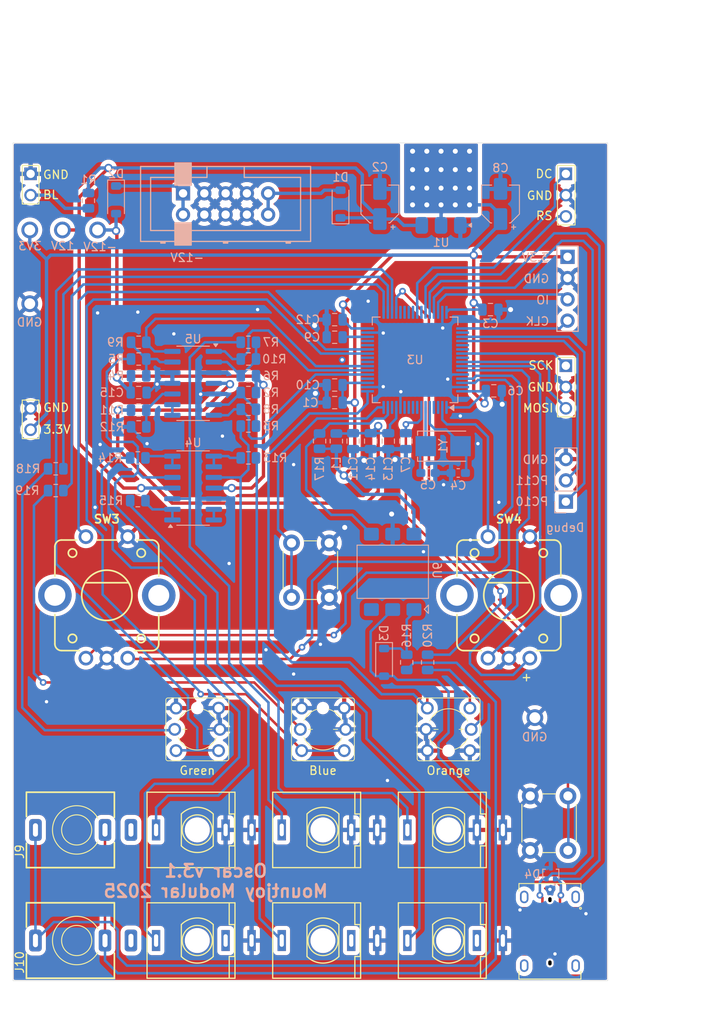
<source format=kicad_pcb>
(kicad_pcb (version 20240108) (generator "pcbnew") (generator_version "8.0")
  (layers (0 "F.Cu" signal) (1 "In1.Cu" power "Layer.2") (2 "In2.Cu" power "Layer.3") (31 "B.Cu" signal) (34 "B.Paste" user) (35 "F.Paste" user) (36 "B.SilkS" user "B.Silkscreen") (37 "F.SilkS" user "F.Silkscreen") (38 "B.Mask" user) (39 "F.Mask" user) (44 "Edge.Cuts" user))
  (net 0 "")
  (net 1 "/ChA_Button")
  (net 2 "Net-(BTN1-A)")
  (net 3 "/ChB_Button")
  (net 4 "Net-(BTN2-A)")
  (net 5 "Net-(BTN3-A)")
  (net 6 "+3.3VA")
  (net 7 "+12V")
  (net 8 "-12V")
  (net 9 "/ChC_Button")
  (net 10 "+3.3V")
  (net 11 "Net-(U3-PH0)")
  (net 12 "Net-(U3-PH1)")
  (net 13 "Net-(U3-VCAP_1)")
  (net 14 "/+12V_In")
  (net 15 "/-12V_In")
  (net 16 "/MIDI_DATA")
  (net 17 "Net-(D3-K)")
  (net 18 "/SWCLK")
  (net 19 "/SWDIO")
  (net 23 "/MIDI_VREF")
  (net 28 "/CH_A_IN")
  (net 29 "/CH_B_IN")
  (net 30 "/CH_C_IN")
  (net 31 "Net-(U4C--)")
  (net 32 "Net-(U4B--)")
  (net 33 "Net-(U4A--)")
  (net 34 "/MIDI_RX")
  (net 36 "/ChA_LED")
  (net 37 "/ChB_LED")
  (net 38 "/ChC_LED")
  (net 39 "/L_ENC_BTN")
  (net 40 "/L_ENC_DN")
  (net 41 "/L_ENC_UP")
  (net 42 "/R_ENC_UP")
  (net 43 "/R_ENC_BTN")
  (net 44 "/R_ENC_DN")
  (net 45 "/NRST")
  (net 53 "/LCD_DC")
  (net 58 "/LCD_RESET")
  (net 59 "/LCD_SCK")
  (net 60 "/CHA_In")
  (net 61 "/CHB_In")
  (net 62 "/CHC_In")
  (net 63 "/CHA_Out")
  (net 64 "/CHB_Out")
  (net 65 "/CHC_Out")
  (net 66 "/LCD_MOSI")
  (net 71 "GND")
  (net 73 "/USB_DP")
  (net 75 "Net-(U5B--)")
  (net 76 "/USB_DM")
  (net 77 "Net-(U5D--)")
  (net 78 "Net-(U4D--)")
  (net 79 "Net-(U5A--)")
  (net 80 "Net-(U5C-+)")
  (net 95 "/DEBUG1")
  (net 101 "Net-(U2-BackLight)")
  (net 104 "Net-(U5C--)")
  (net 105 "/MENU")
  (net 106 "/DEBUG2")
  (footprint "Custom_Footprints:THONKICONN_hole" (layer "F.Cu") (at 122 132 90)
    (property "Reference" "J4" (hide yes))
    (property "Value" "ChannelA_In" (hide yes))
  )
  (footprint "Custom_Footprints:THONKICONN_hole" (layer "F.Cu") (at 137 132 90)
    (property "Reference" "J5" (hide yes))
    (property "Value" "ChannelB_In" (hide yes))
  )
  (footprint "Custom_Footprints:THONKICONN_hole" (layer "F.Cu") (at 122 145.2 90)
    (property "Reference" "J7" (hide yes))
    (property "Value" "ChA_Buff_Out" (hide yes))
  )
  (footprint "Custom_Footprints:THONKICONN_hole" (layer "F.Cu") (at 137 145.2 90)
    (property "Reference" "J8" (hide yes))
    (property "Value" "ChB_Buff_Out" (hide yes))
  )
  (footprint "Custom_Footprints:THONKICONN_hole" (layer "F.Cu") (at 152 145.2 90)
    (property "Reference" "J6" (hide yes))
    (property "Value" "ChC_Buff_Out" (hide yes))
  )
  (footprint "Custom_Footprints:Encoder" (layer "F.Cu") (at 159.2 104)
    (property "Reference" "SW4")
    (property "Value" "Right_Encoder" (hide yes))
  )
  (footprint "Custom_Footprints:Encoder" (layer "F.Cu") (at 111.2 104)
    (property "Reference" "SW3")
    (property "Value" "Left_Encoder" (hide yes))
  )
  (footprint "Custom_Footprints:ILI9341_SPI_daughterboard_v2" (layer "F.Cu") (at 102.1 53.7)
    (property "Reference" "U2" (hide yes))
    (property "Value" "ILI9341_SPI_Daughterboard")
  )
  (footprint "Custom_Footprints:THONKICONN_hole" (layer "F.Cu") (at 152 132 90)
    (property "Reference" "J3" (hide yes))
    (property "Value" "ChannelC_In" (hide yes))
  )
  (footprint "Custom_Footprints:Thonkiconn_Stereo-PJ366ST" (layer "F.Cu") (at 107.6 132 90)
    (property "Reference" "J9")
    (property "Value" "MIDI_IN")
  )
  (footprint "Custom_Footprints:SW_PUSH_6mm_aligned" (layer "F.Cu") (at 164 131.2 -90)
    (property "Reference" "SW1" (hide yes))
    (property "Value" "Reset_Button")
  )
  (footprint "Custom_Footprints:Low_Profile_LED_Button" (layer "F.Cu") (at 137 120 180)
    (property "Reference" "BTN2" (hide yes))
    (property "Value" "ChB_Btn")
  )
  (footprint "Custom_Footprints:Low_Profile_LED_Button" (layer "F.Cu") (at 152 120)
    (property "Reference" "BTN3" (hide yes))
    (property "Value" "ChC_Btn")
  )
  (footprint "Custom_Footprints:1.3mm_Test_Point" (layer "F.Cu") (at 110.1 60.4)
    (property "Reference" "TP2" (hide yes))
    (property "Value" "TestPoint")
  )
  (footprint "Custom_Footprints:1.3mm_Test_Point" (layer "F.Cu") (at 105.9 60.4)
    (property "Reference" "TP1" (hide yes))
    (property "Value" "TestPoint")
  )
  (footprint "Custom_Footprints:Low_Profile_LED_Button" (layer "F.Cu") (at 122 120 180)
    (property "Reference" "BTN1" (hide yes))
    (property "Value" "ChA_Btn")
  )
  (footprint "Custom_Footprints:1.3mm_Test_Point" (layer "F.Cu") (at 102 69.2)
    (property "Reference" "TP4" (hide yes))
    (property "Value" "TestPoint")
  )
  (footprint "Custom_Footprints:1.3mm_Test_Point" (layer "F.Cu") (at 162.3 118.6)
    (property "Reference" "TP3" (hide yes))
    (property "Value" "TestPoint")
  )
  (footprint "Custom_Footprints:1.3mm_Test_Point" (layer "F.Cu") (at 102 60.4)
    (property "Reference" "TP5" (hide yes))
    (property "Value" "TestPoint")
  )
  (footprint "Custom_Footprints:USB_C_Receptacle_Amphenol_12401951E412A" (layer "F.Cu") (at 164.1 144.1 -90)
    (property "Reference" "J11" (hide yes))
    (property "Value" "USB_C_Receptacle")
  )
  (footprint "Custom_Footprints:Thonkiconn_Stereo-PJ366ST" (layer "F.Cu") (at 107.6 145.2 90)
    (property "Reference" "J10")
    (property "Value" "MIDI_THROUGH")
  )
  (footprint "Custom_Footprints:SW_PUSH_6mm_aligned" (layer "F.Cu") (at 135.5 101 90)
    (property "Reference" "SW2" (hide yes))
    (property "Value" "Menu_Button")
  )
  (footprint "Capacitor_SMD:C_0805_2012Metric" (layer "B.Cu") (at 157 69.9)
    (property "Reference" "C3")
    (property "Value" "100nF")
  )
  (footprint "Capacitor_SMD:C_0603_1608Metric_Pad1.08x0.95mm_HandSolder" (layer "B.Cu") (at 153.15 89.4 180)
    (property "Reference" "C4")
    (property "Value" "30pF")
  )
  (footprint "Capacitor_SMD:C_0805_2012Metric" (layer "B.Cu") (at 138.4 73.2 180)
    (property "Reference" "C9")
    (property "Value" "4.7uF")
  )
  (footprint "Capacitor_SMD:C_0805_2012Metric" (layer "B.Cu") (at 138.4 78.9 180)
    (property "Reference" "C10")
    (property "Value" "100nF")
  )
  (footprint "Capacitor_SMD:C_0805_2012Metric" (layer "B.Cu") (at 138.4 71.1 180)
    (property "Reference" "C12")
    (property "Value" "100nF")
  )
  (footprint "Capacitor_SMD:CP_Elec_4x5.8" (layer "B.Cu") (at 143.8 57.3 90)
    (property "Reference" "C2")
    (property "Value" "22uF")
  )
  (footprint "Capacitor_SMD:CP_Elec_4x5.8" (layer "B.Cu") (at 158.2 57.3 90)
    (property "Reference" "C8")
    (property "Value" "22uF")
  )
  (footprint "Capacitor_SMD:C_0805_2012Metric" (layer "B.Cu") (at 140.6 85.6 -90)
    (property "Reference" "C11")
    (property "Value" "4.7uF")
  )
  (footprint "Diode_SMD:D_SOD-123" (layer "B.Cu") (at 139.1 57.3 90)
    (property "Reference" "D1")
    (property "Value" "1N5819")
  )
  (footprint "Resistor_SMD:R_0805_2012Metric" (layer "B.Cu") (at 128.1 79.8)
    (property "Reference" "R2")
    (property "Value" "100k")
  )
  (footprint "Resistor_SMD:R_0805_2012Metric" (layer "B.Cu") (at 128.1 83.8 180)
    (property "Reference" "R3")
    (property "Value" "100k")
  )
  (footprint "Resistor_SMD:R_0805_2012Metric" (layer "B.Cu") (at 115 77.8 180)
    (property "Reference" "R4")
    (property "Value" "100k")
  )
  (footprint "Resistor_SMD:R_0805_2012Metric" (layer "B.Cu") (at 115 75.8 180)
    (property "Reference" "R5")
    (property "Value" "100k")
  )
  (footprint "Resistor_SMD:R_0805_2012Metric" (layer "B.Cu") (at 128.1 77.8)
    (property "Reference" "R6")
    (property "Value" "100k")
  )
  (footprint "Resistor_SMD:R_0805_2012Metric" (layer "B.Cu") (at 128.1 73.8 180)
    (property "Reference" "R7")
    (property "Value" "100k")
  )
  (footprint "Resistor_SMD:R_0805_2012Metric" (layer "B.Cu") (at 115 73.8 180)
    (property "Reference" "R9")
    (property "Value" "15k")
  )
  (footprint "Resistor_SMD:R_0805_2012Metric" (layer "B.Cu") (at 128.1 75.8)
    (property "Reference" "R10")
    (property "Value" "15k")
  )
  (footprint "Resistor_SMD:R_0805_2012Metric" (layer "B.Cu") (at 128.1 87.6 180)
    (property "Reference" "R13")
    (property "Value" "100")
  )
  (footprint "Resistor_SMD:R_0805_2012Metric" (layer "B.Cu") (at 114.9 92.7)
    (property "Reference" "R15")
    (property "Value" "100")
  )
  (footprint "Package_QFP:LQFP-64_10x10mm_P0.5mm" (layer "B.Cu") (at 148 75.9 90)
    (property "Reference" "U3")
    (property "Value" "STM32F446RETx")
  )
  (footprint "Package_SO:SOIC-14_3.9x8.7mm_P1.27mm" (layer "B.Cu") (at 121.5 78.7 180)
    (property "Reference" "U5")
    (property "Value" "MCP6004")
  )
  (footprint "Package_SO:SOIC-14_3.9x8.7mm_P1.27mm" (layer "B.Cu") (at 121.5 91.2)
    (property "Reference" "U4")
    (property "Value" "TL074")
  )
  (footprint "Package_TO_SOT_SMD:SOT-223-3_TabPin2" (layer "B.Cu") (at 151.1 56.7 90)
    (property "Reference" "U1")
    (property "Value" "LT1117-3.3")
  )
  (footprint "Custom_Footprints:Crystal_SMD_5032-2Pin_5.0x3.2mm_Large_Pads" (layer "B.Cu") (at 151.35 86.2)
    (property "Reference" "Y1")
    (property "Value" "8MHz" (hide yes))
  )
  (footprint "Custom_Footprints:SWD_header" (layer "B.Cu") (at 166.2 63.6 -90)
    (property "Reference" "J1" (hide yes))
    (property "Value" "SWD_Header")
  )
  (footprint "Resistor_SMD:R_0805_2012Metric" (layer "B.Cu") (at 138.6 85.6 -90)
    (property "Reference" "L1")
    (property "Value" "L")
  )
  (footprint "Resistor_SMD:R_0805_2012Metric" (layer "B.Cu") (at 128.1 81.8)
    (property "Reference" "R8")
    (property "Value" "15k")
  )
  (footprint "Diode_SMD:D_SOD-123" (layer "B.Cu") (at 112.3 56.8 -90)
    (property "Reference" "D2")
    (property "Value" "1N5819")
  )
  (footprint "Resistor_SMD:R_0805_2012Metric" (layer "B.Cu") (at 114.9 87.6)
    (property "Reference" "R14")
    (property "Value" "100")
  )
  (footprint "Capacitor_SMD:C_0805_2012Metric" (layer "B.Cu") (at 157.4 79.6)
    (property "Reference" "C6")
    (property "Value" "100nF")
  )
  (footprint "Capacitor_SMD:C_0603_1608Metric_Pad1.08x0.95mm_HandSolder" (layer "B.Cu") (at 149.55 89.4)
    (property "Reference" "C5")
    (property "Value" "30pF")
  )
  (footprint "Custom_Footprints:Eurorack_10_pin_header" (layer "B.Cu") (at 120.3 56.025)
    (property "Reference" "J2" (hide yes))
    (property "Value" "Eurorack_10_pin_power")
  )
  (footprint "Capacitor_SMD:C_0805_2012Metric" (layer "B.Cu") (at 138.4 81 180)
    (property "Reference" "C1")
    (property "Value" "4.7uF")
  )
  (footprint "Resistor_SMD:R_0805_2012Metric" (layer "B.Cu") (at 109 56.9 -90)
    (property "Reference" "R1")
    (property "Value" "150")
  )
  (footprint "Resistor_SMD:R_0805_2012Metric" (layer "B.Cu") (at 115 83.9)
    (property "Reference" "R12")
    (property "Value" "10k")
  )
  (footprint "Resistor_SMD:R_0805_2012Metric" (layer "B.Cu") (at 149.5 112 -90)
    (property "Reference" "R20")
    (property "Value" "1.5k")
  )
  (footprint "Capacitor_SMD:C_0805_2012Metric" (layer "B.Cu") (at 146.9 85.6 -90)
    (property "Reference" "C7")
    (property "Value" "100nF")
  )
  (footprint "Capacitor_SMD:C_0805_2012Metric" (layer "B.Cu") (at 142.7 85.6 -90)
    (property "Reference" "C14")
    (property "Value" "1uF")
  )
  (footprint "Resistor_SMD:R_0805_2012Metric" (layer "B.Cu") (at 105.1 88.9 180)
    (property "Reference" "R18")
    (property "Value" "1.5k")
  )
  (footprint "Connector_PinHeader_2.54mm:PinHeader_1x03_P2.54mm_Vertical" (layer "B.Cu") (at 166 92.825)
    (property "Reference" "J12" (hide yes))
    (property "Value" "Debug_Header")
  )
  (footprint "Capacitor_SMD:C_0805_2012Metric" (layer "B.Cu") (at 144.8 85.6 -90)
    (property "Reference" "C13")
    (property "Value" "100nF")
  )
  (footprint "Custom_Footprints:H11L1" (layer "B.Cu") (at 147.865 105.7 90)
    (property "Reference" "U6")
    (property "Value" "H11L1")
  )
  (footprint "Resistor_SMD:R_0805_2012Metric" (layer "B.Cu") (at 105.1 91.5 180)
    (property "Reference" "R19")
    (property "Value" "1.5k")
  )
  (footprint "Capacitor_SMD:C_0805_2012Metric" (layer "B.Cu") (at 115 79.8)
    (property "Reference" "C15")
    (property "Value" "4.7uF")
  )
  (footprint "Resistor_SMD:R_0805_2012Metric" (layer "B.Cu") (at 115 81.9 180)
    (property "Reference" "R11")
    (property "Value" "10k")
  )
  (footprint "Resistor_SMD:R_0805_2012Metric" (layer "B.Cu") (at 147 112 -90)
    (property "Reference" "R16")
    (property "Value" "220")
  )
  (footprint "Package_TO_SOT_SMD:SOT-416" (layer "B.Cu") (at 164.2 137.2 90)
    (property "Reference" "D4")
    (property "Value" "RCLAMP0502B")
  )
  (footprint "Resistor_SMD:R_0805_2012Metric" (layer "B.Cu") (at 136.6 85.6 90)
    (property "Reference" "R17")
    (property "Value" "470")
  )
  (footprint "Diode_SMD:D_SOD-123" (layer "B.Cu") (at 144.3 112 -90)
    (property "Reference" "D3")
    (property "Value" "1N4148W")
  )
  (gr_rect (start 100 50) (end 171 150) (stroke (width 0.05)) (fill none) (layer "Edge.Cuts"))
  (gr_text "-12V" (at 112.5 63 0) (layer "B.SilkS") (effects (font (size 1 1)) (justify left bottom mirror)))
  (gr_text "Oscar v3.1\nMountjoy Modular 2025" (at 124.2 138.1 0) (layer "B.SilkS") (effects (font (size 1.5 1.5) (thickness 0.3)) (justify mirror)))
  (gr_text "GND" (at 163.9 121.5 0) (layer "B.SilkS") (effects (font (size 1 1)) (justify left bottom mirror)))
  (gr_text "12V" (at 107.4 62.9 0) (layer "B.SilkS") (effects (font (size 1 1)) (justify left bottom mirror)))
  (gr_text "3V3" (at 103.5 62.9 0) (layer "B.SilkS") (effects (font (size 1 1)) (justify left bottom mirror)))
  (gr_text "Debug" (at 168.3 96.5 0) (layer "B.SilkS") (effects (font (size 1 1)) (justify left bottom mirror)))
  (gr_text "PC10" (at 164 93.4 0) (layer "B.SilkS") (effects (font (size 1 1)) (justify left bottom mirror)))
  (gr_text "PC11" (at 164 90.9 0) (layer "B.SilkS") (effects (font (size 1 1)) (justify left bottom mirror)))
  (gr_text "GND" (at 103.6 72 0) (layer "B.SilkS") (effects (font (size 1 1)) (justify left bottom mirror)))
  (gr_text "GND" (at 164 88.4 -0) (layer "B.SilkS") (effects (font (size 1 1)) (justify left bottom mirror)))
  (gr_text "Green" (at 122 125.5 0) (layer "F.SilkS") (effects (font (size 1 1)) (justify bottom)))
  (gr_text "Blue" (at 137 125.5 0) (layer "F.SilkS") (effects (font (size 1 1)) (justify bottom)))
  (gr_text "Orange" (at 152 125.5 0) (layer "F.SilkS") (effects (font (size 1 1)) (justify bottom)))
  (gr_text "+" (at 161.3 113.75 0) (layer "F.SilkS") (effects (font (size 1 1))))
  (segment (start 122 122.4) (end 122.1 122.5) (width 0.3) (layer "B.Cu") (net 1))
  (segment (start 105.15 67.7) (end 105.15 100.25) (width 0.3) (layer "B.Cu") (net 1))
  (segment (start 145.25 66.35) (end 144 65.1) (width 0.3) (layer "B.Cu") (net 1))
  (segment (start 120.9 116) (end 120.9 118.7) (width 0.3) (layer "B.Cu") (net 1))
  (segment (start 145.25 70.225) (end 145.25 66.35) (width 0.3) (layer "B.Cu") (net 1))
  (segment (start 144 65.1) (end 107.75 65.1) (width 0.3) (layer "B.Cu") (net 1))
  (segment (start 120.9 118.7) (end 122 119.8) (width 0.3) (layer "B.Cu") (net 1))
  (segment (start 105.15 100.25) (end 120.9 116) (width 0.3) (layer "B.Cu") (net 1))
  (segment (start 122 119.8) (end 122 122.4) (width 0.3) (layer "B.Cu") (net 1))
  (segment (start 107.75 65.1) (end 105.15 67.7) (width 0.3) (layer "B.Cu") (net 1))
  (segment (start 119.46 122.5) (end 122.1 122.5) (width 0.3) (layer "B.Cu") (net 1))
  (segment (start 122.1 122.5) (end 124.54 122.5) (width 0.3) (layer "B.Cu") (net 1))
  (segment (start 119.2 120.1) (end 103.8 120.1) (width 0.3) (layer "B.Cu") (net 2))
  (segment (start 101.1 117.4) (end 101.1 91.9775) (width 0.3) (layer "B.Cu") (net 2))
  (segment (start 103.8 120.1) (end 101.1 117.4) (width 0.3) (layer "B.Cu") (net 2))
  (segment (start 119.3 120) (end 119.2 120.1) (width 0.3) (layer "B.Cu") (net 2))
  (segment (start 101.1 92.03875) (end 104.1775 88.96125) (width 0.3) (layer "B.Cu") (net 2))
  (segment (start 127.820002 115.800002) (end 122.4 115.800002) (width 0.3) (layer "F.Cu") (net 3))
  (segment (start 134.56 122.54) (end 127.820002 115.800002) (width 0.3) (layer "F.Cu") (net 3))
  (via (at 122.4 115.800002) (size 0.8) (drill 0.4) (layers "F.Cu" "B.Cu") (net 3))
  (segment (start 122.4 115.6) (end 122.4 115.800002) (width 0.3) (layer "B.Cu") (net 3))
  (segment (start 142.325 75.15) (end 136.75 75.15) (width 0.3) (layer "B.Cu") (net 3))
  (segment (start 109.6 68.7) (end 108.8 69.5) (width 0.3) (layer "B.Cu") (net 3))
  (segment (start 110.7 96.9) (end 110.7 103.9) (width 0.3) (layer "B.Cu") (net 3))
  (segment (start 130.3 68.7) (end 109.6 68.7) (width 0.3) (layer "B.Cu") (net 3))
  (segment (start 108.8 69.5) (end 108.8 95) (width 0.3) (layer "B.Cu") (net 3))
  (segment (start 134.56 122.54) (end 139.64 122.54) (width 0.3) (layer "B.Cu") (net 3))
  (segment (start 136.75 75.15) (end 130.3 68.7) (width 0.3) (layer "B.Cu") (net 3))
  (segment (start 108.8 95) (end 110.7 96.9) (width 0.3) (layer "B.Cu") (net 3))
  (segment (start 110.7 103.9) (end 122.4 115.6) (width 0.3) (layer "B.Cu") (net 3))
  (segment (start 128.8 114.4) (end 103.6 114.4) (width 0.3) (layer "F.Cu") (net 4))
  (segment (start 134.4 120) (end 128.8 114.4) (width 0.3) (layer "F.Cu") (net 4))
  (via (at 103.6 114.4) (size 0.8) (drill 0.4) (layers "F.Cu" "B.Cu") (net 4))
  (segment (start 102.5 113.3) (end 103.6 114.4) (width 0.3) (layer "B.Cu") (net 4))
  (segment (start 104.2875 91.5) (end 102.5 93.2875) (width 0.3) (layer "B.Cu") (net 4))
  (segment (start 102.5 93.2875) (end 102.5 113.3) (width 0.3) (layer "B.Cu") (net 4))
  (segment (start 154.7 120) (end 156 118.7) (width 0.3) (layer "B.Cu") (net 5))
  (segment (start 152.1125 112.9125) (end 149.5 112.9125) (width 0.3) (layer "B.Cu") (net 5))
  (segment (start 156 116.8) (end 152.1125 112.9125) (width 0.3) (layer "B.Cu") (net 5))
  (segment (start 156 118.7) (end 156 116.8) (width 0.3) (layer "B.Cu") (net 5))
  (segment (start 119 93) (end 112.5 86.5) (width 0.4) (layer "F.Cu") (net 6))
  (segment (start 122.8 81.9) (end 125.9 78.8) (width 0.4) (layer "F.Cu") (net 6))
  (segment (start 143.6 83.8) (end 143.6 91.6) (width 0.4) (layer "F.Cu") (net 6))
  (segment (start 142.2 93) (end 119 93) (width 0.4) (layer "F.Cu") (net 6))
  (segment (start 112.5 81.9) (end 122.8 81.9) (width 0.4) (layer "F.Cu") (net 6))
  (segment (start 112.5 86.5) (end 112.5 81.9) (width 0.4) (layer "F.Cu") (net 6))
  (segment (start 143.6 91.6) (end 142.2 93) (width 0.4) (layer "F.Cu") (net 6))
  (via (at 143.6 83.8) (size 1) (drill 0.6) (layers "F.Cu" "B.Cu") (net 6))
  (via (at 125.9 78.8) (size 1) (drill 0.6) (layers "F.Cu" "B.Cu") (net 6))
  (via (at 112.5 81.9) (size 1) (drill 0.6) (layers "F.Cu" "B.Cu") (net 6))
  (segment (start 145.75 81.575) (end 145.75 82.9) (width 0.3) (layer "B.Cu") (net 6))
  (segment (start 145.75 82.9) (end 145 83.65) (width 0.3) (layer "B.Cu") (net 6))
  (segment (start 142.7 84.65) (end 142.75 84.65) (width 0.4) (layer "B.Cu") (net 6))
  (segment (start 112.5 81.9) (end 114.0875 81.9) (width 0.4) (layer "B.Cu") (net 6))
  (segment (start 123.975 78.7) (end 125.8 78.7) (width 0.4) (layer "B.Cu") (net 6))
  (segment (start 145 83.65) (end 145 84.65) (width 0.3) (layer "B.Cu") (net 6))
  (segment (start 125.8 78.7) (end 125.9 78.8) (width 0.4) (layer "B.Cu") (net 6))
  (segment (start 145 84.65) (end 142.75 84.65) (width 0.3) (layer "B.Cu") (net 6))
  (segment (start 138.6 84.6875) (end 140.5625 84.6875) (width 0.3) (layer "B.Cu") (net 6))
  (segment (start 140.6 84.65) (end 142.7 84.65) (width 0.3) (layer "B.Cu") (net 6))
  (segment (start 142.75 84.65) (end 143.6 83.8) (width 0.4) (layer "B.Cu") (net 6))
  (segment (start 140.5625 84.6875) (end 140.6 84.65) (width 0.3) (layer "B.Cu") (net 6))
  (segment (start 107.9 56.5) (end 111.4 53) (width 0.4) (layer "F.Cu") (net 7))
  (segment (start 113.2 91.2) (end 107.9 85.9) (width 0.4) (layer "F.Cu") (net 7))
  (segment (start 115.3 91.2) (end 113.2 91.2) (width 0.4) (layer "F.Cu") (net 7))
  (segment (start 107.8 60.4) (end 107.9 60.3) (width 0.4) (layer "F.Cu") (net 7))
  (segment (start 107.9 60.3) (end 107.9 56.5) (width 0.4) (layer "F.Cu") (net 7))
  (segment (start 107.9 85.9) (end 107.9 60.3) (width 0.4) (layer "F.Cu") (net 7))
  (segment (start 105.9 60.4) (end 107.8 60.4) (width 0.4) (layer "F.Cu") (net 7))
  (via (at 111.4 53) (size 1) (drill 0.6) (layers "F.Cu" "B.Cu") (net 7))
  (via (at 115.3 91.2) (size 1) (drill 0.6) (layers "F.Cu" "B.Cu") (net 7))
  (segment (start 143.8 59.1) (end 145.9 59.1) (width 0.4) (layer "B.Cu") (net 7))
  (segment (start 141.7 53.8) (end 141.7 57) (width 0.4) (layer "B.Cu") (net 7))
  (segment (start 146.65 59.85) (end 148.8 59.85) (width 0.4) (layer "B.Cu") (net 7))
  (segment (start 145.9 59.1) (end 146.65 59.85) (width 0.4) (layer "B.Cu") (net 7))
  (segment (start 139.1 58.95) (end 143.65 58.95) (width 0.4) (layer "B.Cu") (net 7))
  (segment (start 143.65 58.95) (end 143.8 59.1) (width 0.3) (layer "B.Cu") (net 7))
  (segment (start 109 54.4) (end 110.4 53) (width 0.4) (layer "B.Cu") (net 7))
  (segment (start 111.4 53) (end 140.9 53) (width 0.4) (layer "B.Cu") (net 7))
  (segment (start 119.025 91.2) (end 115.3 91.2) (width 0.4) (layer "B.Cu") (net 7))
  (segment (start 140.9 53) (end 141.7 53.8) (width 0.4) (layer "B.Cu") (net 7))
  (segment (start 141.7 57) (end 143.8 59.1) (width 0.4) (layer "B.Cu") (net 7))
  (segment (start 110.4 53) (end 111.4 53) (width 0.4) (layer "B.Cu") (net 7))
  (segment (start 109 55.9875) (end 109 54.4) (width 0.4) (layer "B.Cu") (net 7))
  (segment (start 129.899992 89.800008) (end 128.5 91.2) (width 0.4) (layer "F.Cu") (net 8))
  (segment (start 129.899992 78.9) (end 129.899992 89.800008) (width 0.4) (layer "F.Cu") (net 8))
  (segment (start 112.3 60.5) (end 112.4 60.6) (width 0.4) (layer "F.Cu") (net 8))
  (segment (start 112.499998 77.999998) (end 112.4 77.999998) (width 0.4) (layer "F.Cu") (net 8))
  (segment (start 112.549998 77.85) (end 112.4 77.999998) (width 0.4) (layer "F.Cu") (net 8))
  (segment (start 129.9 78.9) (end 128.85 77.85) (width 0.4) (layer "F.Cu") (net 8))
  (segment (start 112.4 60.6) (end 112.4 77.999998) (width 0.4) (layer "F.Cu") (net 8))
  (segment (start 128.85 77.85) (end 112.549998 77.85) (width 0.4) (layer "F.Cu") (net 8))
  (segment (start 128.5 91.2) (end 126.1 91.2) (width 0.4) (layer "F.Cu") (net 8))
  (via (at 112.3 60.5) (size 1) (drill 0.6) (layers "F.Cu" "B.Cu") (net 8))
  (via (at 126.1 91.2) (size 1) (drill 0.6) (layers "F.Cu" "B.Cu") (net 8))
  (via (at 112.4 77.999998) (size 1) (drill 0.6) (layers "F.Cu" "B.Cu") (net 8))
  (via (at 129.899992 78.9) (size 1) (drill 0.6) (layers "F.Cu" "B.Cu") (net 8))
  (segment (start 123.975 91.2) (end 126.1 91.2) (width 0.4) (layer "B.Cu") (net 8))
  (segment (start 112.3 58.45) (end 112.3 60.6) (width 0.4) (layer "B.Cu") (net 8))
  (segment (start 129.0125 79.8) (end 129.0125 78.9) (width 0.4) (layer "B.Cu") (net 8))
  (segment (start 114.05 77.8375) (end 114.0875 77.8) (width 0.4) (layer "B.Cu") (net 8))
  (segment (start 129.0125 77.8) (end 129.0125 78.012508) (width 0.4) (layer "B.Cu") (net 8))
  (segment (start 114.05 79.8) (end 114.05 77.8375) (width 0.4) (layer "B.Cu") (net 8))
  (segment (start 114.05 79.8) (end 112.4 78.15) (width 0.4) (layer "B.Cu") (net 8))
  (segment (start 110.1 60.4) (end 112.1 60.4) (width 0.4) (layer "B.Cu") (net 8))
  (segment (start 129.0125 78.012508) (end 129.899992 78.9) (width 0.4) (layer "B.Cu") (net 8))
  (segment (start 112.1 60.4) (end 112.3 60.6) (width 0.4) (layer "B.Cu") (net 8))
  (segment (start 112.4 78.15) (end 112.4 77.999998) (width 0.4) (layer "B.Cu") (net 8))
  (segment (start 129.0125 78.9) (end 129.0125 77.8) (width 0.4) (layer "B.Cu") (net 8))
  (segment (start 154 115.5) (end 150 115.5) (width 0.3) (layer "F.Cu") (net 9))
  (segment (start 149.46 116.04) (end 149.46 117.46) (width 0.3) (layer "F.Cu") (net 9))
  (segment (start 150 115.5) (end 149.46 116.04) (width 0.3) (layer "F.Cu") (net 9))
  (segment (start 154.54 116.04) (end 154 115.5) (width 0.3) (layer "F.Cu") (net 9))
  (segment (start 154.54 117.46) (end 154.54 116.04) (width 0.3) (layer "F.Cu") (net 9))
  (segment (start 141.1 82.3) (end 135.4 82.3) (width 0.3) (layer "B.Cu") (net 9))
  (segment (start 142.325 79.65) (end 142.325 81.075) (width 0.3) (layer "B.Cu") (net 9))
  (segment (start 135.4 82.3) (end 130.5 87.2) (width 0.3) (layer "B.Cu") (net 9))
  (segment (start 142.325 81.075) (end 141.1 82.3) (width 0.3) (layer "B.Cu") (net 9))
  (segment (start 147.8 115.8) (end 149.46 117.46) (width 0.3) (layer "B.Cu") (net 9))
  (segment (start 130.5 87.2) (end 130.5 109.2) (width 0.3) (layer "B.Cu") (net 9))
  (segment (start 133.3 112) (end 140.2 112) (width 0.3) (layer "B.Cu") (net 9))
  (segment (start 140.2 112) (end 144 115.8) (width 0.3) (layer "B.Cu") (net 9))
  (segment (start 130.5 109.2) (end 133.3 112) (width 0.3) (layer "B.Cu") (net 9))
  (segment (start 144 115.8) (end 147.8 115.8) (width 0.3) (layer "B.Cu") (net 9))
  (segment (start 155 63.6) (end 155 63.400002) (width 0.4) (layer "F.Cu") (net 10))
  (segment (start 155 69.1) (end 155 63.6) (width 0.4) (layer "F.Cu") (net 10))
  (segment (start 155 63.400002) (end 154.999998 63.4) (width 0.4) (layer "F.Cu") (net 10))
  (segment (start 139.4 69.3) (end 145.3 63.4) (width 0.4) (layer "F.Cu") (net 10))
  (segment (start 139.4 69.3) (end 140.8 70.7) (width 0.4) (layer "F.Cu") (net 10))
  (segment (start 155 79.8) (end 156.3 81.1) (width 0.4) (layer "F.Cu") (net 10))
  (segment (start 140.8 88.4) (end 139.5 89.7) (width 0.4) (layer "F.Cu") (net 10))
  (segment (start 166.2 63.6) (end 155 63.6) (width 0.4) (layer "F.Cu") (net 10))
  (segment (start 140.8 70.7) (end 140.8 81) (width 0.4) (layer "F.Cu") (net 10))
  (segment (start 140.8 81) (end 140.8 88.4) (width 0.4) (layer "F.Cu") (net 10))
  (segment (start 155 69.1) (end 155 79.8) (width 0.4) (layer "F.Cu") (net 10))
  (segment (start 145.3 63.4) (end 154.999998 63.4) (width 0.4) (layer "F.Cu") (net 10))
  (via (at 154.5 53.2) (size 1) (drill 0.6) (layers "F.Cu" "B.Cu") (net 10))
  (via (at 149.4 55.4) (size 1) (drill 0.6) (layers "F.Cu" "B.Cu") (net 10))
  (via (at 147.7 57.4) (size 1) (drill 0.6) (layers "F.Cu" "B.Cu") (net 10))
  (via (at 139.4 69.3) (size 1) (drill 0.6) (layers "F.Cu" "B.Cu") (net 10))
  (via (at 154.5 51) (size 1) (drill 0.6) (layers "F.Cu" "B.Cu") (net 10))
  (via (at 147.7 51) (size 1) (drill 0.6) (layers "F.Cu" "B.Cu") (net 10))
  (via (at 151.1 55.4) (size 1) (drill 0.6) (layers "F.Cu" "B.Cu") (net 10))
  (via (at 149.4 51) (size 1) (drill 0.6) (layers "F.Cu" "B.Cu") (net 10))
  (via (at 140.8 81) (size 1) (drill 0.6) (layers "F.Cu" "B.Cu") (net 10))
  (via (at 151.1 53.2) (size 1) (drill 0.6) (layers "F.Cu" "B.Cu") (net 10))
  (via (at 139.5 89.7) (size 1) (drill 0.6) (layers "F.Cu" "B.Cu") (net 10))
  (via (at 152.8 57.4) (size 1) (drill 0.6) (layers "F.Cu" "B.Cu") (net 10))
  (via (at 149.4 57.4) (size 1) (drill 0.6) (layers "F.Cu" "B.Cu") (net 10))
  (via (at 154.5 57.4) (size 1) (drill 0.6) (layers "F.Cu" "B.Cu") (net 10))
  (via (at 151.1 57.4) (size 1) (drill 0.6) (layers "F.Cu" "B.Cu") (net 10))
  (via (at 155 69.1) (size 1) (drill 0.6) (layers "F.Cu" "B.Cu") (net 10))
  (via (at 151.1 51) (size 1) (drill 0.6) (layers "F.Cu" "B.Cu") (net 10))
  (via (at 154.999998 63.4) (size 1) (drill 0.6) (layers "F.Cu" "B.Cu") (net 10))
  (via (at 149.4 53.2) (size 1) (drill 0.6) (layers "F.Cu" "B.Cu") (net 10))
  (via (at 147.7 53.2) (size 1) (drill 0.6) (layers "F.Cu" "B.Cu") (net 10))
  (via (at 152.8 55.4) (size 1) (drill 0.6) (layers "F.Cu" "B.Cu") (net 10))
  (via (at 156.3 81.1) (size 1) (drill 0.6) (layers "F.Cu" "B.Cu") (net 10))
  (via (at 152.8 53.2) (size 1) (drill 0.6) (layers "F.Cu" "B.Cu") (net 10))
  (via (at 152.8 51) (size 1) (drill 0.6) (layers "F.Cu" "B.Cu") (net 10))
  (via (at 154.5 55.4) (size 1) (drill 0.6) (layers "F.Cu" "B.Cu") (net 10))
  (via (at 147.7 55.4) (size 1) (drill 0.6) (layers "F.Cu" "B.Cu") (net 10))
  (segment (start 158.2 59.6) (end 154.999998 62.800002) (width 0.4) (layer "B.Cu") (net 10))
  (segment (start 151.75 81.575) (end 154.475 81.575) (width 0.3) (layer "B.Cu") (net 10))
  (segment (start 138.6 86.5125) (end 138.6 88.8) (width 0.4) (layer "B.Cu") (net 10))
  (segment (start 146 91.95) (end 141.75 91.95) (width 0.4) (layer "B.Cu") (net 10))
  (segment (start 154.999998 63.4) (end 104.5 63.4) (width 0.4) (layer "B.Cu") (net 10))
  (segment (start 139.35 81) (end 139.35 78.9) (width 0.3) (layer "B.Cu") (net 10))
  (segment (start 151.1 59.85) (end 151.1 58.4) (width 0.4) (layer "B.Cu") (net 10))
  (segment (start 102 61.9) (end 104 63.9) (width 0.4) (layer "B.Cu") (net 10))
  (segment (start 104 82.34) (end 102.1 84.24) (width 0.4) (layer "B.Cu") (net 10))
  (segment (start 156.45 80.95) (end 156.3 81.1) (width 0.4) (layer "B.Cu") (net 10))
  (segment (start 152.1 57.4) (end 157 57.4) (width 0.4) (layer "B.Cu") (net 10))
  (segment (start 140.8 81) (end 139.35 81) (width 0.4) (layer "B.Cu") (net 10))
  (segment (start 154.999998 62.800002) (end 154.999998 63.4) (width 0.4) (layer "B.Cu") (net 10))
  (segment (start 158.2 59.1) (end 158.2 59.6) (width 0.4) (layer "B.Cu") (net 10))
  (segment (start 139.4 69.3) (end 139.4 71.05) (width 0.4) (layer "B.Cu") (net 10))
  (segment (start 151.1 58.4) (end 152.1 57.4) (width 0.4) (layer "B.Cu") (net 10))
  (segment (start 157 57.4) (end 158.2 58.6) (width 0.4) (layer "B.Cu") (net 10))
  (segment (start 147.865 96.7) (end 147.865 93.815) (width 0.4) (layer "B.Cu") (net 10))
  (segment (start 153.675 79.65) (end 156.2 79.65) (width 0.3) (layer "B.Cu") (net 10))
  (segment (start 102 61.9) (end 102 60.4) (width 0.4) (layer "B.Cu") (net 10))
  (segment (start 142.325 78.65) (end 139.5 78.65) (width 0.3) (layer "B.Cu") (net 10))
  (segment (start 104.5 63.4) (end 104 63.9) (width 0.4) (layer "B.Cu") (net 10))
  (segment (start 158.2 58.6) (end 158.2 59.1) (width 0.4) (layer "B.Cu") (net 10))
  (segment (start 155.25 69.1) (end 156.05 69.9) (width 0.4) (layer "B.Cu") (net 10))
  (segment (start 154.475 81.575) (end 156.45 79.6) (width 0.3) (layer "B.Cu") (net 10))
  (segment (start 141.75 91.95) (end 139.5 89.7) (width 0.4) (layer "B.Cu") (net 10))
  (segment (start 156.45 79.6) (end 156.45 80.95) (width 0.4) (layer "B.Cu") (net 10))
  (segment (start 138.6 86.5125) (end 136.6 86.5125) (width 0.3) (layer "B.Cu") (net 10))
  (segment (start 147.865 93.815) (end 146 91.95) (width 0.4) (layer "B.Cu") (net 10))
  (segment (start 155.75 69.9) (end 152.075 69.9) (width 0.3) (layer "B.Cu") (net 10))
  (segment (start 138.6 88.8) (end 139.5 89.7) (width 0.4) (layer "B.Cu") (net 10))
  (segment (start 142.325 72.15) (end 140.4 72.15) (width 0.3) (layer "B.Cu") (net 10))
  (segment (start 140.4 72.15) (end 139.35 71.1) (width 0.3) (layer "B.Cu") (net 10))
  (segment (start 152.075 69.9) (end 151.75 70.225) (width 0.3) (layer "B.Cu") (net 10))
  (segment (start 139.4 71.05) (end 139.35 71.1) (width 0.4) (layer "B.Cu") (net 10))
  (segment (start 151.1 59.85) (end 151.1 53.55) (width 0.4) (layer "B.Cu") (net 10))
  (segment (start 104 63.9) (end 104 82.34) (width 0.4) (layer "B.Cu") (net 10))
  (segment (start 155 69.1) (end 155.25 69.1) (width 0.4) (layer "B.Cu") (net 10))
  (segment (start 151.7 84.2) (end 150.4 84.2) (width 0.3) (layer "B.Cu") (net 11))
  (segment (start 150.4 84.2) (end 149.75 83.55) (width 0.3) (layer "B.Cu") (net 11))
  (segment (start 154.1 89.4) (end 154.1 86.6) (width 0.3) (layer "B.Cu") (net 11))
  (segment (start 154.1 86.6) (end 151.7 84.2) (width 0.3) (layer "B.Cu") (net 11))
  (segment (start 149.75 83.55) (end 149.75 81.575) (width 0.3) (layer "B.Cu") (net 11))
  (segment (start 149.25 86.15) (end 149.3 86.2) (width 0.3) (layer "B.Cu") (net 12))
  (segment (start 148.6 86.875) (end 149.275 86.2) (width 0.3) (layer "B.Cu") (net 12))
  (segment (start 148.6 89.4) (end 148.6 86.875) (width 0.3) (layer "B.Cu") (net 12))
  (segment (start 149.25 81.575) (end 149.25 86.15) (width 0.3) (layer "B.Cu") (net 12))
  (segment (start 139.4 73.15) (end 139.35 73.2) (width 0.3) (layer "B.Cu") (net 13))
  (segment (start 142.325 73.15) (end 139.4 73.15) (width 0.3) (layer "B.Cu") (net 13))
  (segment (start 137.15 55.65) (end 136.775 56.025) (width 0.4) (layer "B.Cu") (net 14))
  (segment (start 136.775 56.025) (end 130.46 56.025) (width 0.4) (layer "B.Cu") (net 14))
  (segment (start 139.1 55.65) (end 137.15 55.65) (width 0.4) (layer "B.Cu") (net 14))
  (segment (start 130.46 58.565) (end 130.46 56.025) (width 0.4) (layer "B.Cu") (net 14))
  (segment (start 119.425 55.15) (end 120.3 56.025) (width 0.4) (layer "B.Cu") (net 15))
  (segment (start 112.3 55.15) (end 119.425 55.15) (width 0.4) (layer "B.Cu") (net 15))
  (segment (start 120.3 58.565) (end 120.3 56.025) (width 0.4) (layer "B.Cu") (net 15))
  (segment (start 102.68 132) (end 102.68 145.2) (width 0.3) (layer "B.Cu") (net 16))
  (segment (start 150.8 123.3) (end 150.8 121.6) (width 0.3) (layer "B.Cu") (net 16))
  (segment (start 150.6 114.1) (end 145.9 114.1) (width 0.3) (layer "B.Cu") (net 16))
  (segment (start 112.5 143.9) (end 112.5 147.1) (width 0.3) (layer "B.Cu") (net 16))
  (segment (start 152 115.5) (end 150.6 114.1) (width 0.3) (layer "B.Cu") (net 16))
  (segment (start 102.68 145.2) (end 104.88 143) (width 0.3) (layer "B.Cu") (net 16))
  (segment (start 150.8 121.6) (end 152 120.4) (width 0.3) (layer "B.Cu") (net 16))
  (segment (start 104.88 143) (end 111.6 143) (width 0.3) (layer "B.Cu") (net 16))
  (segment (start 144.3 113.65) (end 143.3 113.65) (width 0.3) (layer "B.Cu") (net 16))
  (segment (start 156.9 146.5) (end 156.9 129.4) (width 0.3) (layer "B.Cu") (net 16))
  (segment (start 156.9 129.4) (end 150.8 123.3) (width 0.3) (layer "B.Cu") (net 16))
  (segment (start 152 120.4) (end 152 115.5) (width 0.3) (layer "B.Cu") (net 16))
  (segment (start 112.5 147.1) (end 113.6 148.2) (width 0.3) (layer "B.Cu") (net 16))
  (segment (start 111.6 143) (end 112.5 143.9) (width 0.3) (layer "B.Cu") (net 16))
  (segment (start 145.45 113.65) (end 144.3 113.65) (width 0.3) (layer "B.Cu") (net 16))
  (segment (start 113.6 148.2) (end 155.2 148.2) (width 0.3) (layer "B.Cu") (net 16))
  (segment (start 143.3 113.65) (end 142.7 113.05) (width 0.3) (layer "B.Cu") (net 16))
  (segment (start 142.7 108.325) (end 145.325 105.7) (width 0.3) (layer "B.Cu") (net 16))
  (segment (start 145.9 114.1) (end 145.45 113.65) (width 0.3) (layer "B.Cu") (net 16))
  (segment (start 142.7 113.05) (end 142.7 108.325) (width 0.3) (layer "B.Cu") (net 16))
  (segment (start 155.2 148.2) (end 156.9 146.5) (width 0.3) (layer "B.Cu") (net 16))
  (segment (start 147.865 106.035) (end 147 106.9) (width 0.3) (layer "B.Cu") (net 17))
  (segment (start 146.2625 110.35) (end 147 111.0875) (width 0.3) (layer "B.Cu") (net 17))
  (segment (start 144.3 110.35) (end 146.2625 110.35) (width 0.3) (layer "B.Cu") (net 17))
  (segment (start 147.865 105.7) (end 147.865 106.035) (width 0.3) (layer "B.Cu") (net 17))
  (segment (start 147 106.9) (end 147 111.0875) (width 0.3) (layer "B.Cu") (net 17))
  (segment (start 165.27 72.15) (end 166.2 71.22) (width 0.3) (layer "B.Cu") (net 18))
  (segment (start 153.675 72.15) (end 165.27 72.15) (width 0.3) (layer "B.Cu") (net 18))
  (segment (start 150.75 69.05) (end 151.7 68.1) (width 0.3) (layer "B.Cu") (net 19))
  (segment (start 150.75 70.225) (end 150.75 69.05) (width 0.3) (layer "B.Cu") (net 19))
  (segment (start 151.7 68.1) (end 165.62 68.1) (width 0.3) (layer "B.Cu") (net 19))
  (segment (start 165.62 68.1) (end 166.2 68.68) (width 0.3) (layer "B.Cu") (net 19))
  (segment (start 110.98 132) (end 110.98 145.2) (width 0.3) (layer "F.Cu") (net 23))
  (segment (start 157.63 147.37) (end 157.63 116.73) (width 0.3) (layer "B.Cu") (net 23))
  (segment (start 155.9 149.1) (end 157.63 147.37) (width 0.3) (layer "B.Cu") (net 23))
  (segment (start 152.95 112.05) (end 147.8625 112.05) (width 0.3) (layer "B.Cu") (net 23))
  (segment (start 157.63 116.73) (end 152.95 112.05) (width 0.3) (layer "B.Cu") (net 23))
  (segment (start 147.8625 112.05) (end 147 112.9125) (width 0.3) (layer "B.Cu") (net 23))
  (segment (start 112.5 149.1) (end 155.9 149.1) (width 0.3) (layer "B.Cu") (net 23))
  (segment (start 110.98 145.2) (end 110.98 147.58) (width 0.3) (layer "B.Cu") (net 23))
  (segment (start 110.98 147.58) (end 112.5 149.1) (width 0.3) (layer "B.Cu") (net 23))
  (segment (start 115.9125 73.9025) (end 115.9125 72.0875) (width 0.3) (layer "B.Cu") (net 28))
  (segment (start 116.9 74.89) (end 115.9125 73.9025) (width 0.3) (layer "B.Cu") (net 28))
  (segment (start 115.9125 72.0875) (end 117 71) (width 0.3) (layer "B.Cu") (net 28))
  (segment (start 119.025 74.89) (end 116.9 74.89) (width 0.3) (layer "B.Cu") (net 28))
  (segment (start 136.15 76.65) (end 142.325 76.65) (width 0.3) (layer "B.Cu") (net 28))
  (segment (start 130.5 71) (end 136.15 76.65) (width 0.3) (layer "B.Cu") (net 28))
  (segment (start 117 71) (end 130.5 71) (width 0.3) (layer "B.Cu") (net 28))
  (segment (start 125.285 74.885) (end 126.2 75.8) (width 0.3) (layer "B.Cu") (net 29))
  (segment (start 124.225 74.885) (end 125.285 74.885) (width 0.3) (layer "B.Cu") (net 29))
  (segment (start 130.5 72.4) (end 135.25 77.15) (width 0.3) (layer "B.Cu") (net 29))
  (segment (start 128.1 74.8875) (end 128.1 72.9) (width 0.3) (layer "B.Cu") (net 29))
  (segment (start 127.1875 75.8) (end 128.1 74.8875) (width 0.3) (layer "B.Cu") (net 29))
  (segment (start 128.1 72.9) (end 128.6 72.4) (width 0.3) (layer "B.Cu") (net 29))
  (segment (start 135.25 77.15) (end 142.325 77.15) (width 0.3) (layer "B.Cu") (net 29))
  (segment (start 126.2 75.8) (end 127.1875 75.8) (width 0.3) (layer "B.Cu") (net 29))
  (segment (start 128.6 72.4) (end 130.5 72.4) (width 0.3) (layer "B.Cu") (net 29))
  (segment (start 128.15 82.7625) (end 127.1875 81.8) (width 0.3) (layer "B.Cu") (net 30))
  (segment (start 128.5 85.3) (end 128.15 84.95) (width 0.3) (layer "B.Cu") (net 30))
  (segment (start 130.366004 84.633996) (end 129.7 85.3) (width 0.3) (layer "B.Cu") (net 30))
  (segment (start 126.4 81.8) (end 127.1875 81.8) (width 0.3) (layer "B.Cu") (net 30))
  (segment (start 129.7 85.3) (end 128.5 85.3) (width 0.3) (layer "B.Cu") (net 30))
  (segment (start 130.366004 83.4) (end 130.366004 84.633996) (width 0.3) (layer "B.Cu") (net 30))
  (segment (start 142.325 77.65) (end 136.118504 77.65) (width 0.3) (layer "B.Cu") (net 30))
  (segment (start 136.033504 77.7325) (end 130.366004 83.4) (width 0.3) (layer "B.Cu") (net 30))
  (segment (start 123.975 82.51) (end 125.69 82.51) (width 0.3) (layer "B.Cu") (net 30))
  (segment (start 125.69 82.51) (end 126.4 81.8) (width 0.3) (layer "B.Cu") (net 30))
  (segment (start 128.15 84.95) (end 128.15 82.7625) (width 0.3) (layer "B.Cu") (net 30))
  (segment (start 125.9 87.6) (end 125.69 87.39) (width 0.3) (layer "B.Cu") (net 31))
  (segment (start 125.69 87.39) (end 123.975 87.39) (width 0.3) (layer "B.Cu") (net 31))
  (segment (start 127.1875 87.6) (end 125.9 87.6) (width 0.3) (layer "B.Cu") (net 31))
  (segment (start 123.975 88.66) (end 123.975 87.39) (width 0.3) (layer "B.Cu") (net 31))
  (segment (start 119.025 87.39) (end 116.0225 87.39) (width 0.3) (layer "B.Cu") (net 32))
  (segment (start 116.0225 87.39) (end 115.8125 87.6) (width 0.3) (layer "B.Cu") (net 32))
  (segment (start 119.025 88.66) (end 119.025 87.39) (width 0.3) (layer "B.Cu") (net 32))
  (segment (start 119.025 93.74) (end 119.025 95.01) (width 0.3) (layer "B.Cu") (net 33))
  (segment (start 116.64 93.74) (end 115.8125 92.9125) (width 0.3) (layer "B.Cu") (net 33))
  (segment (start 119.025 93.74) (end 116.64 93.74) (width 0.3) (layer "B.Cu") (net 33))
  (segment (start 115.8125 92.9125) (end 115.8125 92.7) (width 0.3) (layer "B.Cu") (net 33))
  (segment (start 140.485 94.4) (end 138 94.4) (width 0.3) (layer "B.Cu") (net 34))
  (segment (start 138 94.4) (end 135 91.4) (width 0.3) (layer "B.Cu") (net 34))
  (segment (start 143.2 82.9) (end 144.30312 82.9) (width 0.3) (layer "B.Cu") (net 34))
  (segment (start 142.6 83.5) (end 143.2 82.9) (width 0.3) (layer "B.Cu") (net 34))
  (segment (start 142.785 96.7) (end 140.485 94.4) (width 0.3) (layer "B.Cu") (net 34))
  (segment (start 144.30312 82.9) (end 144.75 82.45312) (width 0.3) (layer "B.Cu") (net 34))
  (segment (start 135 91.4) (end 135 86.2875) (width 0.3) (layer "B.Cu") (net 34))
  (segment (start 137.7875 83.5) (end 142.6 83.5) (width 0.3) (layer "B.Cu") (net 34))
  (segment (start 136.6 84.6875) (end 137.7875 83.5) (width 0.3) (layer "B.Cu") (net 34))
  (segment (start 144.75 82.45312) (end 144.75 81.575) (width 0.3) (layer "B.Cu") (net 34))
  (segment (start 135 86.2875) (end 136.6 84.6875) (width 0.3) (layer "B.Cu") (net 34))
  (segment (start 144.75 67.05) (end 144.75 70.225) (width 0.3) (layer "B.Cu") (net 36))
  (segment (start 106.0125 68.0875) (end 108.1 66) (width 0.3) (layer "B.Cu") (net 36))
  (segment (start 108.1 66) (end 143.7 66) (width 0.3) (layer "B.Cu") (net 36))
  (segment (start 143.7 66) (end 144.75 67.05) (width 0.3) (layer "B.Cu") (net 36))
  (segment (start 106.0125 88.89) (end 106.0125 68.0875) (width 0.3) (layer "B.Cu") (net 36))
  (segment (start 143.4 66.9) (end 144.25 67.75) (width 0.3) (layer "B.Cu") (net 37))
  (segment (start 144.25 67.75) (end 144.25 70.225) (width 0.3) (layer "B.Cu") (net 37))
  (segment (start 108.4 66.9) (end 143.4 66.9) (width 0.3) (layer "B.Cu") (net 37))
  (segment (start 107 90.6125) (end 107 68.3) (width 0.3) (layer "B.Cu") (net 37))
  (segment (start 107 68.3) (end 108.4 66.9) (width 0.3) (layer "B.Cu") (net 37))
  (segment (start 106.1125 91.5) (end 107 90.6125) (width 0.3) (layer "B.Cu") (net 37))
  (segment (start 149.65 70.85) (end 149.65 94.95) (width 0.3) (layer "F.Cu") (net 38))
  (segment (start 146.5 67.7) (end 149.65 70.85) (width 0.3) (layer "F.Cu") (net 38))
  (segment (start 149.65 94.95) (end 158.2 103.5) (width 0.3) (layer "F.Cu") (net 38))
  (via (at 158.2 103.5) (size 0.8) (drill 0.4) (layers "F.Cu" "B.Cu") (net 38))
  (via (at 146.5 67.7) (size 0.8) (drill 0.4) (layers "F.Cu" "B.Cu") (net 38))
  (segment (start 152.125 111.0875) (end 158.2 105.0125) (width 0.3) (layer "B.Cu") (net 38))
  (segment (start 149.5 111.0875) (end 152.125 111.0875) (width 0.3) (layer "B.Cu") (net 38))
  (segment (start 158.2 105.0125) (end 158.2 103.5) (width 0.3) (layer "B.Cu") (net 38))
  (segment (start 145.75 70.225) (end 145.75 68.45) (width 0.3) (layer "B.Cu") (net 38))
  (segment (start 145.75 68.45) (end 146.5 67.7) (width 0.3) (layer "B.Cu") (net 38))
  (segment (start 107.825001 68.874999) (end 107.825001 96.125001) (width 0.3) (layer "B.Cu") (net 39))
  (segment (start 108.9 67.8) (end 107.825001 68.874999) (width 0.3) (layer "B.Cu") (net 39))
  (segment (start 107.825001 96.125001) (end 108.7 97) (width 0.3) (layer "B.Cu") (net 39))
  (segment (start 137.319544 74.65) (end 130.469544 67.8) (width 0.3) (layer "B.Cu") (net 39))
  (segment (start 130.469544 67.8) (end 108.9 67.8) (width 0.3) (layer "B.Cu") (net 39))
  (segment (start 142.325 74.65) (end 137.319544 74.65) (width 0.3) (layer "B.Cu") (net 39))
  (segment (start 113.8 111.6) (end 113.7 111.5) (width 0.3) (layer "F.Cu") (net 40))
  (segment (start 133.1 111.6) (end 113.8 111.6) (width 0.3) (layer "F.Cu") (net 40))
  (segment (start 134.5 110.2) (end 133.1 111.6) (width 0.3) (layer "F.Cu") (net 40))
  (via (at 134.5 110.2) (size 0.8) (drill 0.4) (layers "F.Cu" "B.Cu") (net 40))
  (segment (start 159.6 79.134772) (end 158.765228 78.3) (width 0.3) (layer "B.Cu") (net 40))
  (segment (start 155.5 78.3) (end 155.15 78.65) (width 0.3) (layer "B.Cu") (net 40))
  (segment (start 158.765228 78.3) (end 155.5 78.3) (width 0.3) (layer "B.Cu") (net 40))
  (segment (start 157.5 100) (end 158.1 99.4) (width 0.3) (layer "B.Cu") (net 40))
  (segment (start 135.7 109) (end 135.7 102.3) (width 0.3) (layer "B.Cu") (net 40))
  (segment (start 158.1 99.4) (end 158.1 94.9) (width 0.3) (layer "B.Cu") (net 40))
  (segment (start 155.15 78.65) (end 153.675 78.65) (width 0.3) (layer "B.Cu") (net 40))
  (segment (start 135.7 102.3) (end 138 100) (width 0.3) (layer "B.Cu") (net 40))
  (segment (start 159.6 93.4) (end 159.6 79.134772) (width 0.3) (layer "B.Cu") (net 40))
  (segment (start 134.5 110.2) (end 135.7 109) (width 0.3) (layer "B.Cu") (net 40))
  (segment (start 158.1 94.9) (end 159.6 93.4) (width 0.3) (layer "B.Cu") (net 40))
  (segment (start 138 100) (end 157.5 100) (width 0.3) (layer "B.Cu") (net 40))
  (segment (start 108.7 111.5) (end 111.45 108.75) (width 0.3) (layer "F.Cu") (net 41))
  (segment (start 111.45 108.75) (end 138.3 108.75) (width 0.3) (layer "F.Cu") (net 41))
  (via (at 138.3 108.75) (size 0.8) (drill 0.4) (layers "F.Cu" "B.Cu") (net 41))
  (segment (start 158.2 101.3) (end 142.2 101.3) (width 0.3) (layer "B.Cu") (net 41))
  (segment (start 139.7 103.8) (end 139.7 107.35) (width 0.3) (layer "B.Cu") (net 41))
  (segment (start 154.942894 78.15) (end 155.292894 77.8) (width 0.3) (layer "B.Cu") (net 41))
  (segment (start 155.292894 77.8) (end 159.55 77.8) (width 0.3) (layer "B.Cu") (net 41))
  (segment (start 153.675 78.15) (end 154.942894 78.15) (width 0.3) (layer "B.Cu") (net 41))
  (segment (start 139.7 107.35) (end 138.3 108.75) (width 0.3) (layer "B.Cu") (net 41))
  (segment (start 142.2 101.3) (end 139.7 103.8) (width 0.3) (layer "B.Cu") (net 41))
  (segment (start 159.55 77.8) (end 160.475 78.725) (width 0.3) (layer "B.Cu") (net 41))
  (segment (start 160.475 78.725) (end 160.475 94.175) (width 0.3) (layer "B.Cu") (net 41))
  (segment (start 160.475 94.175) (end 159.2 95.45) (width 0.3) (layer "B.Cu") (net 41))
  (segment (start 159.2 100.3) (end 158.2 101.3) (width 0.3) (layer "B.Cu") (net 41))
  (segment (start 159.2 95.45) (end 159.2 100.3) (width 0.3) (layer "B.Cu") (net 41))
  (segment (start 161.95 76.65) (end 153.675 76.65) (width 0.3) (layer "B.Cu") (net 42))
  (segment (start 162.925 77.625) (end 161.95 76.65) (width 0.3) (layer "B.Cu") (net 42))
  (segment (start 162.925 105.275) (end 162.925 77.625) (width 0.3) (layer "B.Cu") (net 42))
  (segment (start 156.7 111.5) (end 162.925 105.275) (width 0.3) (layer "B.Cu") (net 42))
  (segment (start 151.25 81.575) (end 151.25 83.05) (width 0.3) (layer "B.Cu") (net 43))
  (segment (start 156.7 85.1) (end 156.7 97) (width 0.3) (layer "B.Cu") (net 43))
  (segment (start 151.8 83.6) (end 155.2 83.6) (width 0.3) (layer "B.Cu") (net 43))
  (segment (start 155.2 83.6) (end 156.7 85.1) (width 0.3) (layer "B.Cu") (net 43))
  (segment (start 151.25 83.05) (end 151.8 83.6) (width 0.3) (layer "B.Cu") (net 43))
  (segment (start 154.55 110.85) (end 160.2 105.2) (width 0.3) (layer "B.Cu") (net 44))
  (segment (start 160.75 77.15) (end 153.675 77.15) (width 0.3) (layer "B.Cu") (net 44))
  (segment (start 154.55 112.15) (end 154.55 110.85) (width 0.3) (layer "B.Cu") (net 44))
  (segment (start 161.6 78) (end 160.75 77.15) (width 0.3) (layer "B.Cu") (net 44))
  (segment (start 160.2 105.2) (end 160.2 96.2) (width 0.3) (layer "B.Cu") (net 44))
  (segment (start 160.2 96.2) (end 161.6 94.8) (width 0.3) (layer "B.Cu") (net 44))
  (segment (start 159.7 113.5) (end 155.9 113.5) (width 0.3) (layer "B.Cu") (net 44))
  (segment (start 155.9 113.5) (end 154.55 112.15) (width 0.3) (layer "B.Cu") (net 44))
  (segment (start 161.7 111.5) (end 159.7 113.5) (width 0.3) (layer "B.Cu") (net 44))
  (segment (start 161.6 94.8) (end 161.6 78) (width 0.3) (layer "B.Cu") (net 44))
  (segment (start 146.9 94.5) (end 146.9 83.6) (width 0.3) (layer "F.Cu") (net 45))
  (segment (start 166.25 127.95) (end 166.25 113.85) (width 0.3) (layer "F.Cu") (net 45))
  (segment (start 166.25 113.85) (end 146.9 94.5) (width 0.3) (layer "F.Cu") (net 45))
  (via (at 146.9 83.6) (size 0.8) (drill 0.4) (layers "F.Cu" "B.Cu") (net 45))
  (segment (start 166.3 128) (end 166.25 127.95) (width 0.3) (layer "B.Cu") (net 45))
  (segment (start 148.3 83.4) (end 147.1 83.4) (width 0.3) (layer "B.Cu") (net 45))
  (segment (start 148.75 82.95) (end 148.3 83.4) (width 0.3) (layer "B.Cu") (net 45))
  (segment (start 166.3 134.4) (end 166.3 128) (width 0.3) (layer "B.Cu") (net 45))
  (segment (start 148.75 81.575) (end 148.75 82.95) (width 0.3) (layer "B.Cu") (net 45))
  (segment (start 147.1 83.4) (end 146.9 83.6) (width 0.3) (layer "B.Cu") (net 45))
  (segment (start 166.25 134.45) (end 166.3 134.4) (width 0.3) (layer "B.Cu") (net 45))
  (segment (start 146.9 83.6) (end 146.9 84.65) (width 0.3) (layer "B.Cu") (net 45))
  (segment (start 148.25 66.75) (end 150.1 64.9) (width 0.3) (layer "B.Cu") (net 53))
  (segment (start 164.7 57.6) (end 164.7 55) (width 0.3) (layer "B.Cu") (net 53))
  (segment (start 157.4 64.9) (end 164.7 57.6) (width 0.3) (layer "B.Cu") (net 53))
  (segment (start 150.1 64.9) (end 157.4 64.9) (width 0.3) (layer "B.Cu") (net 53))
  (segment (start 148.25 70.225) (end 148.25 66.75) (width 0.3) (layer "B.Cu") (net 53))
  (segment (start 164.7 55) (end 166 53.7) (width 0.3) (layer "B.Cu") (net 53))
  (segment (start 165.12 58.78) (end 166 58.78) (width 0.3) (layer "B.Cu") (net 58))
  (segment (start 158.2 65.7) (end 165.12 58.78) (width 0.3) (layer "B.Cu") (net 58))
  (segment (start 150.7 65.7) (end 158.2 65.7) (width 0.3) (layer "B.Cu") (net 58))
  (segment (start 149.25 70.225) (end 149.25 67.15) (width 0.3) (layer "B.Cu") (net 58))
  (segment (start 149.25 67.15) (end 150.7 65.7) (width 0.3) (layer "B.Cu") (net 58))
  (segment (start 166 76.56) (end 164.59 75.15) (width 0.3) (layer "B.Cu") (net 59))
  (segment (start 164.59 75.15) (end 153.675 75.15) (width 0.3) (layer "B.Cu") (net 59))
  (segment (start 114.899999 89.300001) (end 114.4 89.8) (width 0.3) (layer "B.Cu") (net 60))
  (segment (start 114.4 89.8) (end 113 89.8) (width 0.3) (layer "B.Cu") (net 60))
  (segment (start 115.529998 89.93) (end 114.899999 89.300001) (width 0.3) (layer "B.Cu") (net 60))
  (segment (start 113 89.8) (end 112.2 90.6) (width 0.3) (layer "B.Cu") (net 60))
  (segment (start 114.899999 89.300001) (end 114.899999 86.280455) (width 0.3) (layer "B.Cu") (net 60))
  (segment (start 118.5 127.9) (end 117.08 129.32) (width 0.3) (layer "B.Cu") (net 60))
  (segment (start 111.2 85.1) (end 111.2 77.327207) (width 0.3) (layer "B.Cu") (net 60))
  (segment (start 111.2 77.327207) (end 112.727207 75.8) (width 0.3) (layer "B.Cu") (net 60))
  (segment (start 114.899999 86.280455) (end 114.309772 85.690228) (width 0.3) (layer "B.Cu") (net 60))
  (segment (start 128.1 117.3) (end 128.1 124.3) (width 0.3) (layer "B.Cu") (net 60))
  (segment (start 112.2 90.6) (end 112.2 93.3) (width 0.3) (layer "B.Cu") (net 60))
  (segment (start 117.08 129.32) (end 117.08 132) (width 0.3) (layer "B.Cu") (net 60))
  (segment (start 124.5 127.9) (end 118.5 127.9) (width 0.3) (layer "B.Cu") (net 60))
  (segment (start 123 112.2) (end 128.1 117.3) (width 0.3) (layer "B.Cu") (net 60))
  (segment (start 112.727207 75.8) (end 114.0875 75.8) (width 0.3) (layer "B.Cu") (net 60))
  (segment (start 128.1 124.3) (end 124.5 127.9) (width 0.3) (layer "B.Cu") (net 60))
  (segment (start 112.2 93.3) (end 123 104.1) (width 0.3) (layer "B.Cu") (net 60))
  (segment (start 111.790228 85.690228) (end 111.2 85.1) (width 0.3) (layer "B.Cu") (net 60))
  (segment (start 119.025 89.93) (end 115.529998 89.93) (width 0.3) (layer "B.Cu") (net 60))
  (segment (start 114.309772 85.690228) (end 111.790228 85.690228) (width 0.3) (layer "B.Cu") (net 60))
  (segment (start 123 104.1) (end 123 112.2) (width 0.3) (layer "B.Cu") (net 60))
  (segment (start 121.1 98.2) (end 125.8 102.9) (width 0.3) (layer "B.Cu") (net 61))
  (segment (start 125.8 102.9) (end 125.8 112.1) (width 0.3) (layer "B.Cu") (net 61))
  (segment (start 121.1 92.5) (end 121.1 98.2) (width 0.3) (layer "B.Cu") (net 61))
  (segment (start 121.07 92.47) (end 121.1 92.5) (width 0.3) (layer "B.Cu") (net 61))
  (segment (start 119.999999 92.47) (end 121.07 92.47) (width 0.3) (layer "B.Cu") (net 61))
  (segment (start 125.8 112.1) (end 130.5 116.8) (width 0.3) (layer "B.Cu") (net 61))
  (segment (start 121.1 92.44) (end 121.07 92.47) (width 0.3) (layer "B.Cu") (net 61))
  (segment (start 122.9 73.8) (end 121.1 75.6) (width 0.3) (layer "B.Cu") (net 61))
  (segment (start 119.999999 92.47) (end 119.025 92.47) (width 0.3) (layer "B.Cu") (net 61))
  (segment (start 127.1875 73.8) (end 122.9 73.8) (width 0.3) (layer "B.Cu") (net 61))
  (segment (start 130.5 128.4) (end 132.08 129.98) (width 0.3) (layer "B.Cu") (net 61))
  (segment (start 121.1 75.6) (end 121.1 92.44) (width 0.3) (layer "B.Cu") (net 61))
  (segment (start 132.08 129.98) (end 132.08 132) (width 0.3) (layer "B.Cu") (net 61))
  (segment (start 130.5 116.8) (end 130.5 128.4) (width 0.3) (layer "B.Cu") (net 61))
  (segment (start 128.1 89) (end 128.1 86.1) (width 0.3) (layer "B.Cu") (net 62))
  (segment (start 123.975 89.93) (end 127.17 89.93) (width 0.3) (layer "B.Cu") (net 62))
  (segment (start 131.7 116.6) (end 131.7 127) (width 0.3) (layer "B.Cu") (net 62))
  (segment (start 132.3 127.6) (end 145.3 127.6) (width 0.3) (layer "B.Cu") (net 62))
  (segment (start 127.17 112.07) (end 131.7 116.6) (width 0.3) (layer "B.Cu") (net 62))
  (segment (start 145.3 127.6) (end 147.08 129.38) (width 0.3) (layer "B.Cu") (net 62))
  (segment (start 147.08 129.38) (end 147.08 132) (width 0.3) (layer "B.Cu") (net 62))
  (segment (start 127.17 89.93) (end 127.17 112.07) (width 0.3) (layer "B.Cu") (net 62))
  (segment (start 127.1875 85.1875) (end 127.1875 83.8) (width 0.3) (layer "B.Cu") (net 62))
  (segment (start 127.17 89.93) (end 128.1 89) (width 0.3) (layer "B.Cu") (net 62))
  (segment (start 131.7 127) (end 132.3 127.6) (width 0.3) (layer "B.Cu") (net 62))
  (segment (start 128.1 86.1) (end 127.1875 85.1875) (width 0.3) (layer "B.Cu") (net 62))
  (segment (start 115.74 143.86) (end 115.74 127.66) (width 0.3) (layer "B.Cu") (net 63))
  (segment (start 114.1 100.7) (end 111.9 98.5) (width 0.3) (layer "B.Cu") (net 63))
  (segment (start 112.1 87.6) (end 113.9875 87.6) (width 0.3) (layer "B.Cu") (net 63))
  (segment (start 116.9 126.5) (end 123.824 126.5) (width 0.3) (layer "B.Cu") (net 63))
  (segment (start 123.824 126.5) (end 127 123.324) (width 0.3) (layer "B.Cu") (net 63))
  (segment (start 111.9 98.5) (end 111.9 95.8) (width 0.3) (layer "B.Cu") (net 63))
  (segment (start 127 123.324) (end 127 117.9) (width 0.3) (layer "B.Cu") (net 63))
  (segment (start 127 117.9) (end 121.7 112.6) (width 0.3) (layer "B.Cu") (net 63))
  (segment (start 110.6 94.5) (end 110.6 89.1) (width 0.3) (layer "B.Cu") (net 63))
  (segment (start 111.9 95.8) (end 110.6 94.5) (width 0.3) (layer "B.Cu") (net 63))
  (segment (start 117.08 145.2) (end 115.74 143.86) (width 0.3) (layer "B.Cu") (net 63))
  (segment (start 110.6 89.1) (end 112.1 87.6) (width 0.3) (layer "B.Cu") (net 63))
  (segment (start 117.8 100.7) (end 114.1 100.7) (width 0.3) (layer "B.Cu") (net 63))
  (segment (start 121.7 112.6) (end 121.7 104.6) (width 0.3) (layer "B.Cu") (net 63))
  (segment (start 115.74 127.66) (end 116.9 126.5) (width 0.3) (layer "B.Cu") (net 63))
  (segment (start 121.7 104.6) (end 117.8 100.7) (width 0.3) (layer "B.Cu") (net 63))
  (segment (start 124.4 112.1) (end 129.44 117.14) (width 0.3) (layer "B.Cu") (net 64))
  (segment (start 129.44 117.14) (end 129.44 142.56) (width 0.3) (layer "B.Cu") (net 64))
  (segment (start 113.9875 92.7) (end 113.9875 93.2875) (width 0.3) (layer "B.Cu") (net 64))
  (segment (start 124.4 103.7) (end 124.4 112.1) (width 0.3) (layer "B.Cu") (net 64))
  (segment (start 113.9875 93.2875) (end 124.4 103.7) (width 0.3) (layer "B.Cu") (net 64))
  (segment (start 129.44 142.56) (end 132.08 145.2) (width 0.3) (layer "B.Cu") (net 64))
  (segment (start 139 114.8) (end 142.2 118) (width 0.3) (layer "B.Cu") (net 65))
  (segment (start 148.5 127.4) (end 148.5 143.78) (width 0.3) (layer "B.Cu") (net 65))
  (segment (start 131.5 114.8) (end 139 114.8) (width 0.3) (layer "B.Cu") (net 65))
  (segment (start 129.0125 87.6) (end 129.1 87.6875) (width 0.3) (layer "B.Cu") (net 65))
  (segment (start 142.2 121.1) (end 148.5 127.4) (width 0.3) (layer "B.Cu") (net 65))
  (segment (start 129.1 112.4) (end 131.5 114.8) (width 0.3) (layer "B.Cu") (net 65))
  (segment (start 129.1 87.6875) (end 129.1 112.4) (width 0.3) (layer "B.Cu") (net 65))
  (segment (start 142.2 118) (end 142.2 121.1) (width 0.3) (layer "B.Cu") (net 65))
  (segment (start 148.5 143.78) (end 147.08 145.2) (width 0.3) (layer "B.Cu") (net 65))
  (segment (start 164 77.1) (end 164 79.6) (width 0.3) (layer "B.Cu") (net 66))
  (segment (start 166 81.6) (end 166 81.64) (width 0.3) (layer "B.Cu") (net 66))
  (segment (start 153.675 76.15) (end 163.05 76.15) (width 0.3) (layer "B.Cu") (net 66))
  (segment (start 164 79.6) (end 166 81.6) (width 0.3) (layer "B.Cu") (net 66))
  (segment (start 163.05 76.15) (end 164 77.1) (width 0.3) (layer "B.Cu") (net 66))
  (segment (start 161.8 141.35) (end 160.722572 141.35) (width 0.3) (layer "F.Cu") (net 71))
  (segment (start 160.722572 141.35) (end 160.523357 141.549215) (width 0.3) (layer "F.Cu") (net 71))
  (segment (start 164.75 146.85) (end 164.7 146.8) (width 0.3) (layer "F.Cu") (net 71))
  (segment (start 167.75 141.35) (end 168.4 142) (width 0.3) (layer "F.Cu") (net 71))
  (segment (start 160.65 146.85) (end 160 146.2) (width 0.3) (layer "F.Cu") (net 71))
  (segment (start 166.4 141.35) (end 167.75 141.35) (width 0.3) (layer "F.Cu") (net 71))
  (segment (start 166.4 146.85) (end 164.75 146.85) (width 0.3) (layer "F.Cu") (net 71))
  (segment (start 161.8 146.85) (end 160.65 146.85) (width 0.3) (layer "F.Cu") (net 71))
  (via (at 139.3 75.9) (size 0.8) (drill 0.4) (layers "F.Cu" "B.Cu") (net 71))
  (via (at 110.1 70.3) (size 0.8) (drill 0.4) (layers "F.Cu" "B.Cu") (net 71))
  (via (at 164.7 146.8) (size 0.8) (drill 0.4) (layers "F.Cu" "B.Cu") (net 71))
  (via (at 164.1 139.1) (size 0.8) (drill 0.4) (layers "F.Cu" "B.Cu") (net 71))
  (via (at 151.9 78.2) (size 0.8) (drill 0.4) (layers "F.Cu" "B.Cu") (net 71))
  (via (at 145.6 87.8) (size 1) (drill 0.6) (layers "F.Cu" "B.Cu") (net 71))
  (via (at 144.7 126.1) (size 0.8) (drill 0.4) (layers "F.Cu" "B.Cu") (net 71))
  (via (at 114.9 70.2) (size 0.8) (drill 0.4) (layers "F.Cu" "B.Cu") (net 71))
  (via (at 110.4 86) (size 0.8) (drill 0.4) (layers "F.Cu" "B.Cu") (net 71))
  (via (at 119.2 72.8) (size 0.8) (drill 0.4) (layers "F.Cu" "B.Cu") (net 71))
  (via (at 136 71.8) (size 1) (drill 0.6) (layers "F.Cu" "B.Cu") (net 71))
  (via (at 149 98.8) (size 0.8) (drill 0.4) (layers "F.Cu" "B.Cu") (net 71))
  (via (at 136.7 109.85) (size 0.8) (drill 0.4) (layers "F.Cu" "B.Cu") (net 71))
  (via (at 151.3 72.1) (size 0.8) (drill 0.4) (layers "F.Cu" "B.Cu") (net 71))
  (via (at 109.8 93.5) (size 0.8) (drill 0.4) (layers "F.Cu" "B.Cu") (net 71))
  (via (at 136.1 79.9) (size 1) (drill 0.6) (layers "F.Cu" "B.Cu") (net 71))
  (via (at 159.4 69.9) (size 1) (drill 0.6) (layers "F.Cu" "B.Cu") (net 71))
  (via (at 155.5 85.9) (size 0.8) (drill 0.4) (layers "F.Cu" "B.Cu") (net 71))
  (via (at 125.8 100.2) (size 0.8) (drill 0.4) (layers "F.Cu" "B.Cu") (net 71))
  (via (at 168.4 142) (size 0.8) (drill 0.4) (layers "F.Cu" "B.Cu") (net 71))
  (via (at 122.4 80) (size 0.8) (drill 0.4) (layers "F.Cu" "B.Cu") (net 71))
  (via (at 144.2 79.1) (size 0.8) (drill 0.4) (layers "F.Cu" "B.Cu") (net 71))
  (via (at 116 85.9) (size 0.8) (drill 0.4) (layers "F.Cu" "B.Cu") (net 71))
  (via (at 154.6 97.4) (size 0.8) (drill 0.4) (layers "F.Cu" "B.Cu") (net 71))
  (via (at 146.3 79.7) (size 0.8) (drill 0.4) (layers "F.Cu" "B.Cu") (net 71))
  (via (at 142.4 68.9) (size 0.8) (drill 0.4) (layers "F.Cu" "B.Cu") (net 71))
  (via (at 141.9 87.9) (size 1) (drill 0.6) (layers "F.Cu" "B.Cu") (net 71))
  (via (at 130.2 110.5) (size 0.8) (drill 0.4) (layers "F.Cu" "B.Cu") (net 71))
  (via (at 104 116.7) (size 0.8) (drill 0.4) (layers "F.Cu" "B.Cu") (net 71))
  (via (at 158.4 81.2) (size 1) (drill 0.6) (layers "F.Cu" "B.Cu") (net 71))
  (via (at 133.5 113.4) (size 0.8) (drill 0.4) (layers "F.Cu" "B.Cu") (net 71))
  (via (at 117.2 78.8) (size 0.8) (drill 0.4) (layers "F.Cu" "B.Cu") (net 71))
  (via (at 153.4 82.6) (size 0.8) (drill 0.4) (layers "F.Cu" "B.Cu") (net 71))
  (via (at 158 92.9) (size 0.8) (drill 0.4) (layers "F.Cu" "B.Cu") (net 71))
  (via (at 160.523357 141.549215) (size 0.8) (drill 0.4) (layers "F.Cu" "B.Cu") (net 71))
  (via (at 139.6 95.9) (size 1) (drill 0.6) (layers "F.Cu" "B.Cu") (net 71))
  (via (at 145.2 94.3) (size 1) (drill 0.6) (layers "F.Cu" "B.Cu") (net 71))
  (via (at 125 85) (size 0.8) (drill 0.4) (layers "F.Cu" "B.Cu") (net 71))
  (via (at 144.2 72.7) (size 0.8) (drill 0.4) (layers "F.Cu" "B.Cu") (net 71))
  (via (at 133.5 88.4) (size 0.8) (drill 0.4) (layers "F.Cu" "B.Cu") (net 71))
  (via (at 151.4 90.8) (size 0.8) (drill 0.4) (layers "F.Cu" "B.Cu") (net 71))
  (via (at 129.2 69.9) (size 0.8) (drill 0.4) (layers "F.Cu" "B.Cu") (net 71))
  (segment (start 144.15 72.65) (end 144.2 72.7) (width 0.3) (layer "B.Cu") (net 71))
  (segment (start 152.45 77.65) (end 151.9 78.2) (width 0.3) (layer "B.Cu") (net 71))
  (segment (start 152.4 79.15) (end 153.675 79.15) (width 0.3) (layer "B.Cu") (net 71))
  (segment (start 146.25 79.75) (end 146.3 79.7) (width 0.3) (layer "B.Cu") (net 71))
  (segment (start 151.25 70.225) (end 151.25 72.05) (width 0.3) (layer "B.Cu") (net 71))
  (segment (start 116.2 79.8) (end 117.2 78.8) (width 0.3) (layer "B.Cu") (net 71))
  (segment (start 142.325 79.15) (end 144.15 79.15) (width 0.3) (layer "B.Cu") (net 71))
  (segment (start 153.675 77.65) (end 152.45 77.65) (width 0.3) (layer "B.Cu") (net 71))
  (segment (start 146.25 81.575) (end 146.25 79.75) (width 0.3) (layer "B.Cu") (net 71))
  (segment (start 151.9 78.65) (end 152.4 79.15) (width 0.3) (layer "B.Cu") (net 71))
  (segment (start 123.975 79.97) (end 122.43 79.97) (width 0.3) (layer "B.Cu") (net 71))
  (segment (start 142.325 72.65) (end 144.15 72.65) (width 0.3) (layer "B.Cu") (net 71))
  (segment (start 144.15 79.15) (end 144.2 79.1) (width 0.3) (layer "B.Cu") (net 71))
  (segment (start 151.9 78.2) (end 151.9 78.65) (width 0.3) (layer "B.Cu") (net 71))
  (segment (start 114.0875 83.9) (end 114.0875 83.9875) (width 0.3) (layer "B.Cu") (net 71))
  (segment (start 151.25 72.05) (end 151.3 72.1) (width 0.3) (layer "B.Cu") (net 71))
  (segment (start 114.0875 83.9875) (end 116 85.9) (width 0.3) (layer "B.Cu") (net 71))
  (segment (start 122.43 79.97) (end 122.4 80) (width 0.3) (layer "B.Cu") (net 71))
  (segment (start 115.95 79.8) (end 116.2 79.8) (width 0.3) (layer "B.Cu") (net 71))
  (segment (start 162.835 144.35) (end 161.8 144.35) (width 0.3) (layer "F.Cu") (net 73))
  (segment (start 163.2 148.6) (end 163.2 144.715) (width 0.3) (layer "F.Cu") (net 73))
  (segment (start 167.95 143.85) (end 168.8 144.7) (width 0.3) (layer "F.Cu") (net 73))
  (segment (start 168.1 149.4) (end 164 149.4) (width 0.3) (layer "F.Cu") (net 73))
  (segment (start 166.4 143.85) (end 167.95 143.85) (width 0.3) (layer "F.Cu") (net 73))
  (segment (start 168.8 144.7) (end 168.8 148.7) (width 0.3) (layer "F.Cu") (net 73))
  (segment (start 164 149.4) (end 163.2 148.6) (width 0.3) (layer "F.Cu") (net 73))
  (segment (start 168.8 148.7) (end 168.1 149.4) (width 0.3) (layer "F.Cu") (net 73))
  (segment (start 163.2 144.715) (end 162.835 144.35) (width 0.3) (layer "F.Cu") (net 73))
  (segment (start 162.835 144.35) (end 163.2 143.985) (width 0.3) (layer "F.Cu") (net 73))
  (segment (start 163.2 143.985) (end 163.2 140.1) (width 0.3) (layer "F.Cu") (net 73))
  (segment (start 163.2 140.1) (end 162.9 139.8) (width 0.3) (layer "F.Cu") (net 73))
  (via (at 162.9 139.8) (size 0.8) (drill 0.4) (layers "F.Cu" "B.Cu") (net 73))
  (segment (start 167.1 137.2) (end 169.2 135.1) (width 0.3) (layer "B.Cu") (net 73))
  (segment (start 163.25 137.85) (end 163.7 137.85) (width 0.3) (layer "B.Cu") (net 73))
  (segment (start 162.9 138.2) (end 163.25 137.85) (width 0.3) (layer "B.Cu") (net 73))
  (segment (start 150.25 70.225) (end 150.25 68.45) (width 0.3) (layer "B.Cu") (net 73))
  (segment (start 168.1 61.7) (end 169.2 62.8) (width 0.3) (layer "B.Cu") (net 73))
  (segment (start 163.7 137.85) (end 164.35 137.2) (width 0.3) (layer "B.Cu") (net 73))
  (segment (start 159.907106 67.3) (end 165.507106 61.7) (width 0.3) (layer "B.Cu") (net 73))
  (segment (start 150.25 68.45) (end 151.4 67.3) (width 0.3) (layer "B.Cu") (net 73))
  (segment (start 165.507106 61.7) (end 168.1 61.7) (width 0.3) (layer "B.Cu") (net 73))
  (segment (start 162.9 139.8) (end 162.9 138.2) (width 0.3) (layer "B.Cu") (net 73))
  (segment (start 164.35 137.2) (end 167.1 137.2) (width 0.3) (layer "B.Cu") (net 73))
  (segment (start 151.4 67.3) (end 159.907106 67.3) (width 0.3) (layer "B.Cu") (net 73))
  (segment (start 169.2 62.8) (end 169.2 135.1) (width 0.3) (layer "B.Cu") (net 73))
  (segment (start 127.1875 79.8) (end 127.1875 79.975) (width 0.3) (layer "B.Cu") (net 75))
  (segment (start 129.0125 83.8) (end 129.0125 81.8) (width 0.3) (layer "B.Cu") (net 75))
  (segment (start 127.1875 79.975) (end 129.0125 81.8) (width 0.3) (layer "B.Cu") (net 75))
  (segment (start 125.7475 81.24) (end 123.975 81.24) (width 0.3) (layer "B.Cu") (net 75))
  (segment (start 127.1875 79.8) (end 125.7475 81.24) (width 0.3) (layer "B.Cu") (net 75))
  (segment (start 164.9 138.2) (end 165.4 138.7) (width 0.3) (layer "F.Cu") (net 76))
  (segment (start 165.3 139.9) (end 165.4 139.8) (width 0.3) (layer "F.Cu") (net 76))
  (segment (start 166.4 144.35) (end 165.365 144.35) (width 0.3) (layer "F.Cu") (net 76))
  (segment (start 159.7 138.9) (end 160.4 138.2) (width 0.3) (layer "F.Cu") (net 76))
  (segment (start 165.365 144.35) (end 165.3 144.285) (width 0.3) (layer "F.Cu") (net 76))
  (segment (start 165.3 144.285) (end 165.3 139.9) (width 0.3) (layer "F.Cu") (net 76))
  (segment (start 161.8 143.85) (end 160.765 143.85) (width 0.3) (layer "F.Cu") (net 76))
  (segment (start 160.4 138.2) (end 164.9 138.2) (width 0.3) (layer "F.Cu") (net 76))
  (segment (start 165.4 138.7) (end 165.4 139.8) (width 0.3) (layer "F.Cu") (net 76))
  (segment (start 160.765 143.85) (end 159.7 142.785) (width 0.3) (layer "F.Cu") (net 76))
  (segment (start 159.7 142.785) (end 159.7 138.9) (width 0.3) (layer "F.Cu") (net 76))
  (via (at 165.4 139.8) (size 0.8) (drill 0.4) (layers "F.Cu" "B.Cu") (net 76))
  (segment (start 149.75 70.225) (end 149.75 67.85) (width 0.3) (layer "B.Cu") (net 76))
  (segment (start 164.7 137.85) (end 164.95 137.85) (width 0.3) (layer "B.Cu") (net 76))
  (segment (start 151.1 66.5) (end 158.9 66.5) (width 0.3) (layer "B.Cu") (net 76))
  (segment (start 149.75 67.85) (end 151.1 66.5) (width 0.3) (layer "B.Cu") (net 76))
  (segment (start 165.4 138.3) (end 165.4 139.8) (width 0.3) (layer "B.Cu") (net 76))
  (segment (start 170 135.6) (end 167.75 137.85) (width 0.3) (layer "B.Cu") (net 76))
  (segment (start 164.95 137.85) (end 165.4 138.3) (width 0.3) (layer "B.Cu") (net 76))
  (segment (start 170 62.3) (end 170 135.6) (width 0.3) (layer "B.Cu") (net 76))
  (segment (start 164.6 60.8) (end 168.5 60.8) (width 0.3) (layer "B.Cu") (net 76))
  (segment (start 168.5 60.8) (end 170 62.3) (width 0.3) (layer "B.Cu") (net 76))
  (segment (start 167.75 137.85) (end 164.7 137.85) (width 0.3) (layer "B.Cu") (net 76))
  (segment (start 158.9 66.5) (end 164.6 60.8) (width 0.3) (layer "B.Cu") (net 76))
  (segment (start 117.54 76.16) (end 117.18 75.8) (width 0.3) (layer "B.Cu") (net 77))
  (segment (start 115.9125 75.8) (end 115.9125 77.8) (width 0.3) (layer "B.Cu") (net 77))
  (segment (start 119.025 76.16) (end 117.54 76.16) (width 0.3) (layer "B.Cu") (net 77))
  (segment (start 117.18 75.8) (end 115.9125 75.8) (width 0.3) (layer "B.Cu") (net 77))
  (segment (start 114.0875 73.8) (end 114.0875 73.975) (width 0.3) (layer "B.Cu") (net 77))
  (segment (start 114.0875 73.975) (end 115.9125 75.8) (width 0.3) (layer "B.Cu") (net 77))
  (segment (start 123.975 95.01) (end 123.975 93.74) (width 0.3) (layer "B.Cu") (net 78))
  (segment (start 129.0125 73.8) (end 129.0125 75.8) (width 0.3) (layer "B.Cu") (net 79))
  (segment (start 129.0125 75.975) (end 127.1875 77.8) (width 0.3) (layer "B.Cu") (net 79))
  (segment (start 123.975 76.16) (end 125.5475 76.16) (width 0.3) (layer "B.Cu") (net 79))
  (segment (start 129.0125 75.8) (end 129.0125 75.975) (width 0.3) (layer "B.Cu") (net 79))
  (segment (start 125.5475 76.16) (end 127.1875 77.8) (width 0.3) (layer "B.Cu") (net 79))
  (segment (start 115.9125 81.9) (end 115.9125 83.9) (width 0.3) (layer "B.Cu") (net 80))
  (segment (start 119.025 79.97) (end 117.8425 79.97) (width 0.3) (layer "B.Cu") (net 80))
  (segment (start 117.8425 79.97) (end 115.9125 81.9) (width 0.3) (layer "B.Cu") (net 80))
  (segment (start 166.35 73.15) (end 168.2 75) (width 0.3) (layer "B.Cu") (net 95))
  (segment (start 153.675 73.15) (end 166.35 73.15) (width 0.3) (layer "B.Cu") (net 95))
  (segment (start 168.2 75) (end 168.2 90.625) (width 0.3) (layer "B.Cu") (net 95))
  (segment (start 168.2 90.625) (end 166 92.825) (width 0.3) (layer "B.Cu") (net 95))
  (segment (start 106.2125 57.8125) (end 104.64 56.24) (width 0.4) (layer "B.Cu") (net 101))
  (segment (start 109 57.8125) (end 106.2125 57.8125) (width 0.4) (layer "B.Cu") (net 101))
  (segment (start 104.64 56.24) (end 102.1 56.24) (width 0.4) (layer "B.Cu") (net 101))
  (segment (start 119.025 81.24) (end 119.025 82.51) (width 0.3) (layer "B.Cu") (net 104))
  (segment (start 133.25 104.25) (end 133.25 97.75) (width 0.3) (layer "B.Cu") (net 105))
  (segment (start 143.525 81.575) (end 144.25 81.575) (width 0.3) (layer "B.Cu") (net 105))
  (segment (start 142.2 82.9) (end 143.525 81.575) (width 0.3) (layer "B.Cu") (net 105))
  (segment (start 131.65 96.15) (end 131.65 87.55) (width 0.3) (layer "B.Cu") (net 105))
  (segment (start 133.25 97.75) (end 131.65 96.15) (width 0.3) (layer "B.Cu") (net 105))
  (segment (start 131.65 87.55) (end 136.3 82.9) (width 0.3) (layer "B.Cu") (net 105))
  (segment (start 136.3 82.9) (end 142.2 82.9) (width 0.3) (layer "B.Cu") (net 105))
  (segment (start 167.4 75.3) (end 167.4 88.885) (width 0.3) (layer "B.Cu") (net 106))
  (segment (start 167.4 88.885) (end 166 90.285) (width 0.3) (layer "B.Cu") (net 106))
  (segment (start 165.75 73.65) (end 167.4 75.3) (width 0.3) (layer "B.Cu") (net 106))
  (segment (start 153.675 73.65) (end 165.75 73.65) (width 0.3) (layer "B.Cu") (net 106))
  (zone (net 71) (net_name "GND") (layers "F.Cu" "In1.Cu" "In2.Cu" "B.Cu") (connect_pads (clearance 0.5)) (min_thickness 0.25) (fill yes (thermal_gap 0.5) (thermal_bridge_width 0.5))
    (polygon (pts (xy 99.2 43.2) (xy 172.2 43.2) (xy 172.2 155.2) (xy 99.2 155.2)))
  )
  (zone (net 10) (net_name "+3.3V") (layers "F.Cu" "In1.Cu" "In2.Cu" "B.Cu") (priority 2) (connect_pads yes (clearance 0.2)) (min_thickness 0.25) (fill yes (thermal_gap 0.5) (thermal_bridge_width 0.5) (island_removal_mode 1) (island_area_min 10))
    (polygon (pts (xy 146.7 50) (xy 155.5 50) (xy 155.5 58.4) (xy 146.7 58.4)))
  )
)
</source>
